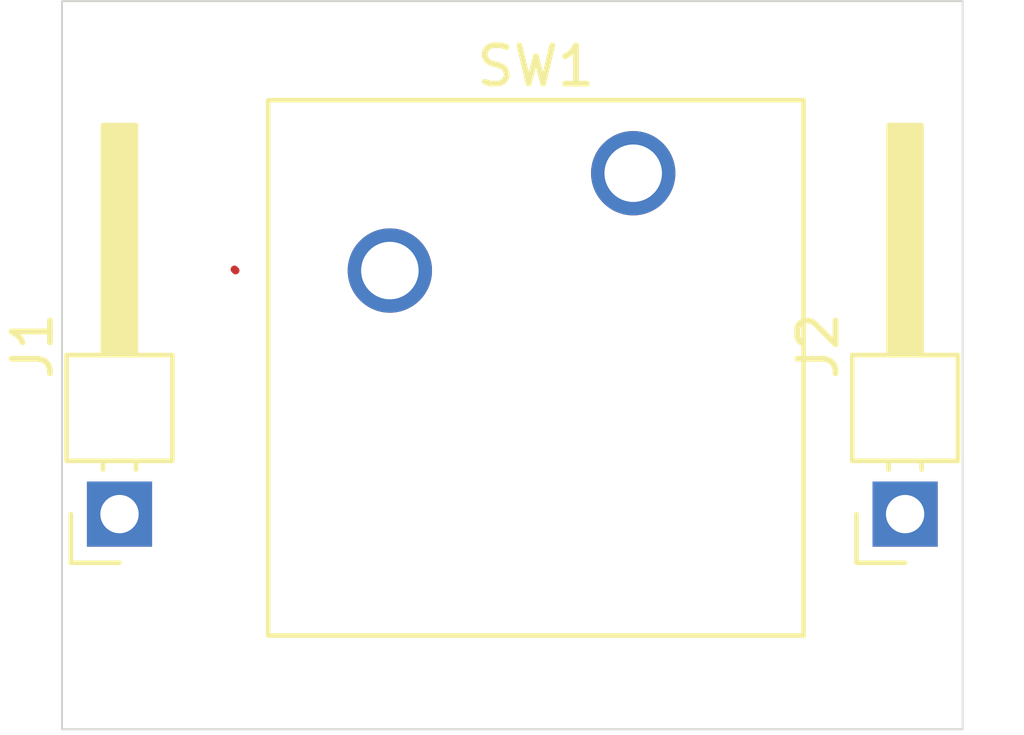
<source format=kicad_pcb>
(kicad_pcb (version 20241229) (generator "pcbnew") (generator_version "9.0")
  (layers (0 "F.Cu" signal) (2 "B.Cu" signal) (13 "F.Paste" user) (15 "B.Paste" user) (5 "F.SilkS" user "F.Silkscreen") (7 "B.SilkS" user "B.Silkscreen") (1 "F.Mask" user) (3 "B.Mask" user) (25 "Edge.Cuts" user))
  (net 0 "")
  (net 1 "Net-(J1-Pin_1)")
  (net 2 "Net-(J2-Pin_1)")
  (footprint "Button_Switch_Keyboard:SW_Cherry_MX_1.00u_PCB" (layer "F.Cu") (at 110.905 91.49)
    (property "Reference" "SW1" (at -2.54 -2.794 0) (layer "F.SilkS"))
    (property "Value" "SW_Push")
    (fp_line (start -9.525 -1.905) (end 4.445 -1.905) (stroke (width 0.12)) (layer "F.SilkS"))
    (fp_line (start -9.525 12.065) (end -9.525 -1.905) (stroke (width 0.12)) (layer "F.SilkS"))
    (fp_line (start 4.445 -1.905) (end 4.445 12.065) (stroke (width 0.12)) (layer "F.SilkS"))
    (fp_line (start 4.445 12.065) (end -9.525 12.065) (stroke (width 0.12)) (layer "F.SilkS"))
    (pad "" np_thru_hole circle (at -7.62 5.08) (size 1.7 1.7) (drill 1.7) (layers "*.Cu" "*.Mask"))
    (pad "" np_thru_hole circle (at -2.54 5.08) (size 4 4) (drill 4) (layers "*.Cu" "*.Mask"))
    (pad "" np_thru_hole circle (at 2.54 5.08) (size 1.7 1.7) (drill 1.7) (layers "*.Cu" "*.Mask"))
    (pad "1" thru_hole circle (at 0 0) (size 2.2 2.2) (drill 1.5) (layers "*.Cu" "*.Mask") (net 2 "Net-(J2-Pin_1)"))
    (pad "2" thru_hole circle (at -6.35 2.54) (size 2.2 2.2) (drill 1.5) (layers "*.Cu" "*.Mask") (net 1 "Net-(J1-Pin_1)"))
  )
  (footprint "Connector_PinHeader_2.54mm:PinHeader_1x01_P2.54mm_Horizontal" (layer "F.Cu") (at 118 100.385 90)
    (property "Reference" "J2" (at 4.385 -2.27 90) (layer "F.SilkS"))
    (property "Value" "Conn_01x01_Pin")
    (fp_line (start 4.15 -1.38) (end 1.39 -1.38) (stroke (width 0.12)) (layer "F.SilkS"))
    (fp_line (start 1.39 -1.38) (end 1.39 1.38) (stroke (width 0.12)) (layer "F.SilkS"))
    (fp_line (start -1.27 -1.27) (end 0 -1.27) (stroke (width 0.12)) (layer "F.SilkS"))
    (fp_line (start 1.16 -0.43) (end 1.39 -0.43) (stroke (width 0.12)) (layer "F.SilkS"))
    (fp_line (start -1.27 0) (end -1.27 -1.27) (stroke (width 0.12)) (layer "F.SilkS"))
    (fp_line (start 1.16 0.43) (end 1.39 0.43) (stroke (width 0.12)) (layer "F.SilkS"))
    (fp_line (start 4.15 1.38) (end 4.15 -1.38) (stroke (width 0.12)) (layer "F.SilkS"))
    (fp_line (start 1.39 1.38) (end 4.15 1.38) (stroke (width 0.12)) (layer "F.SilkS"))
    (fp_rect (start 4.15 -0.43) (end 10.15 0.43) (stroke (width 0.12)) (fill yes) (layer "F.SilkS"))
    (pad "1" thru_hole rect (at 0 0 90) (size 1.7 1.7) (drill 1) (layers "*.Cu" "*.Mask") (net 2 "Net-(J2-Pin_1)"))
  )
  (footprint "Connector_PinHeader_2.54mm:PinHeader_1x01_P2.54mm_Horizontal" (layer "F.Cu") (at 97.5 100.385 90)
    (property "Reference" "J1" (at 4.385 -2.27 90) (layer "F.SilkS"))
    (property "Value" "Conn_01x01_Pin")
    (fp_line (start 4.15 -1.38) (end 1.39 -1.38) (stroke (width 0.12)) (layer "F.SilkS"))
    (fp_line (start 1.39 -1.38) (end 1.39 1.38) (stroke (width 0.12)) (layer "F.SilkS"))
    (fp_line (start -1.27 -1.27) (end 0 -1.27) (stroke (width 0.12)) (layer "F.SilkS"))
    (fp_line (start 1.16 -0.43) (end 1.39 -0.43) (stroke (width 0.12)) (layer "F.SilkS"))
    (fp_line (start -1.27 0) (end -1.27 -1.27) (stroke (width 0.12)) (layer "F.SilkS"))
    (fp_line (start 1.16 0.43) (end 1.39 0.43) (stroke (width 0.12)) (layer "F.SilkS"))
    (fp_line (start 4.15 1.38) (end 4.15 -1.38) (stroke (width 0.12)) (layer "F.SilkS"))
    (fp_line (start 1.39 1.38) (end 4.15 1.38) (stroke (width 0.12)) (layer "F.SilkS"))
    (fp_rect (start 4.15 -0.43) (end 10.15 0.43) (stroke (width 0.12)) (fill yes) (layer "F.SilkS"))
    (pad "1" thru_hole rect (at 0 0 90) (size 1.7 1.7) (drill 1) (layers "*.Cu" "*.Mask") (net 1 "Net-(J1-Pin_1)"))
  )
  (gr_rect (start 96 87) (end 119.5 106) (stroke (width 0.05)) (fill no) (layer "Edge.Cuts"))
  (segment (start 100.53 94.03) (end 100.5 94) (width 0.2) (layer "F.Cu") (net 1))
)
</source>
